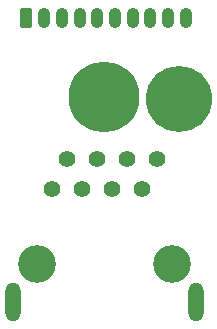
<source format=gts>
G04 #@! TF.GenerationSoftware,KiCad,Pcbnew,(6.0.4-0)*
G04 #@! TF.CreationDate,2022-09-25T17:40:02+01:00*
G04 #@! TF.ProjectId,FB4NetworkAdaptor,4642344e-6574-4776-9f72-6b4164617074,rev?*
G04 #@! TF.SameCoordinates,Original*
G04 #@! TF.FileFunction,Soldermask,Top*
G04 #@! TF.FilePolarity,Negative*
%FSLAX46Y46*%
G04 Gerber Fmt 4.6, Leading zero omitted, Abs format (unit mm)*
G04 Created by KiCad (PCBNEW (6.0.4-0)) date 2022-09-25 17:40:02*
%MOMM*%
%LPD*%
G01*
G04 APERTURE LIST*
G04 Aperture macros list*
%AMRoundRect*
0 Rectangle with rounded corners*
0 $1 Rounding radius*
0 $2 $3 $4 $5 $6 $7 $8 $9 X,Y pos of 4 corners*
0 Add a 4 corners polygon primitive as box body*
4,1,4,$2,$3,$4,$5,$6,$7,$8,$9,$2,$3,0*
0 Add four circle primitives for the rounded corners*
1,1,$1+$1,$2,$3*
1,1,$1+$1,$4,$5*
1,1,$1+$1,$6,$7*
1,1,$1+$1,$8,$9*
0 Add four rect primitives between the rounded corners*
20,1,$1+$1,$2,$3,$4,$5,0*
20,1,$1+$1,$4,$5,$6,$7,0*
20,1,$1+$1,$6,$7,$8,$9,0*
20,1,$1+$1,$8,$9,$2,$3,0*%
G04 Aperture macros list end*
%ADD10C,5.600000*%
%ADD11C,6.000000*%
%ADD12RoundRect,0.250000X-0.265000X-0.615000X0.265000X-0.615000X0.265000X0.615000X-0.265000X0.615000X0*%
%ADD13O,1.030000X1.730000*%
%ADD14C,1.400000*%
%ADD15C,3.200000*%
%ADD16O,1.300000X3.300000*%
G04 APERTURE END LIST*
D10*
X112900000Y-106800000D03*
D11*
X106600000Y-106700000D03*
D12*
X100000000Y-100000000D03*
D13*
X101500000Y-100000000D03*
X103000000Y-100000000D03*
X104500000Y-100000000D03*
X106000000Y-100000000D03*
X107500000Y-100000000D03*
X109000000Y-100000000D03*
X110500000Y-100000000D03*
X112000000Y-100000000D03*
X113500000Y-100000000D03*
D14*
X111040000Y-111960000D03*
X109770000Y-114500000D03*
X108500000Y-111960000D03*
X107230000Y-114500000D03*
X105960000Y-111960000D03*
X104690000Y-114500000D03*
X103420000Y-111960000D03*
X102150000Y-114500000D03*
D15*
X100880000Y-120850000D03*
X112310000Y-120850000D03*
D16*
X98850000Y-124000000D03*
X114350000Y-124000000D03*
M02*

</source>
